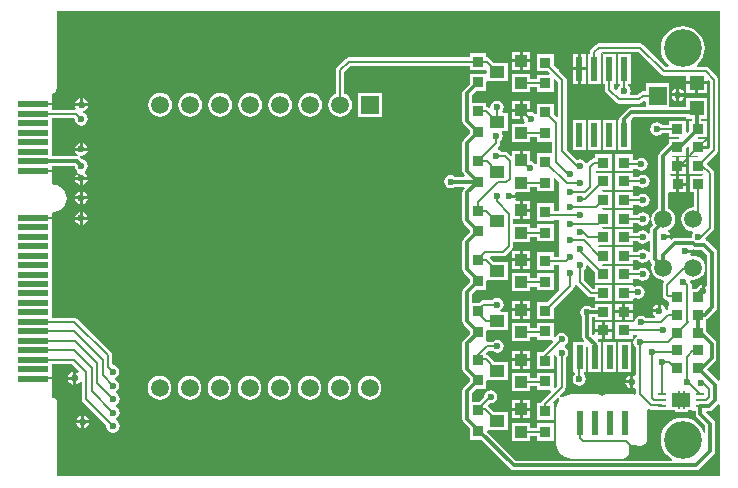
<source format=gtl>
G04 Layer_Physical_Order=1*
G04 Layer_Color=2232046*
%FSLAX25Y25*%
%MOIN*%
G70*
G01*
G75*
%ADD10R,0.03800X0.03500*%
%ADD11R,0.05000X0.04000*%
%ADD12R,0.04000X0.04000*%
%ADD13R,0.10039X0.02362*%
%ADD14R,0.04724X0.04724*%
%ADD15R,0.05906X0.06299*%
%ADD16R,0.03500X0.03800*%
%ADD17R,0.02400X0.08000*%
%ADD18R,0.03150X0.00866*%
%ADD19R,0.03150X0.01063*%
%ADD20C,0.00800*%
%ADD21C,0.01200*%
%ADD22R,0.05905X0.04724*%
%ADD23R,0.00591X0.00787*%
%ADD24R,0.00590X0.00787*%
%ADD25C,0.12598*%
%ADD26C,0.05906*%
%ADD27R,0.05906X0.05906*%
%ADD28C,0.02362*%
G36*
X216290Y136091D02*
X216290Y136091D01*
X216753Y135782D01*
X217299Y135673D01*
X224738D01*
Y133800D01*
X228100D01*
X231462D01*
Y133935D01*
X232016Y134165D01*
X232473Y133709D01*
Y111491D01*
X232054Y111073D01*
X231748Y111200D01*
X228600D01*
Y112200D01*
X231500D01*
Y114450D01*
X228977D01*
X228695Y114979D01*
X228742Y115050D01*
X231500D01*
Y120550D01*
X229731D01*
Y121338D01*
X231462D01*
Y128062D01*
X224738D01*
Y125131D01*
X219079D01*
Y133150D01*
X211173D01*
Y130427D01*
X210300D01*
X210300Y130427D01*
X209754Y130319D01*
X209291Y130009D01*
X209291Y130009D01*
X208409Y129127D01*
X206176D01*
X205893Y129657D01*
X205955Y129749D01*
X206124Y130600D01*
X205955Y131451D01*
X205472Y132173D01*
X205327Y132269D01*
Y132900D01*
X206200D01*
Y142900D01*
X201800D01*
Y132900D01*
X202473D01*
Y132269D01*
X202327Y132173D01*
X201846Y131451D01*
X201774Y131093D01*
X201123Y130895D01*
X200427Y131591D01*
Y132900D01*
X201200D01*
Y142900D01*
X196871D01*
X196467Y143362D01*
X196624Y143573D01*
X208809D01*
X216290Y136091D01*
D02*
G37*
G36*
X225700Y111809D02*
Y108950D01*
X228511D01*
X228794Y108421D01*
X228747Y108350D01*
X225700D01*
Y102850D01*
X230191D01*
X229871Y102250D01*
X225800D01*
Y96750D01*
X227273D01*
Y91926D01*
X227000Y91687D01*
X225968Y91551D01*
X225007Y91153D01*
X224181Y90519D01*
X223547Y89693D01*
X223149Y88732D01*
X223013Y87700D01*
X223149Y86668D01*
X223547Y85707D01*
X224181Y84881D01*
X225007Y84247D01*
X225968Y83849D01*
X226540Y83774D01*
X226832Y83130D01*
X226645Y82851D01*
X226476Y82000D01*
X226481Y81976D01*
X226100Y81512D01*
X221081D01*
X220457Y81388D01*
X219928Y81035D01*
X219847Y80955D01*
X219295Y81250D01*
X219324Y81400D01*
X217200D01*
Y82400D01*
X219324D01*
X219255Y82751D01*
X218773Y83473D01*
X218670Y83541D01*
X218729Y84138D01*
X218993Y84247D01*
X219819Y84881D01*
X220453Y85707D01*
X220851Y86668D01*
X220987Y87700D01*
X220851Y88732D01*
X220453Y89693D01*
X219819Y90519D01*
X218993Y91153D01*
X218631Y91303D01*
Y96261D01*
X218900Y96750D01*
X219231Y96750D01*
X221300D01*
Y99500D01*
Y102250D01*
X219597D01*
X219341Y102699D01*
X219426Y102850D01*
X221200D01*
Y105600D01*
Y108350D01*
X220277D01*
X219995Y108879D01*
X220042Y108950D01*
X224600D01*
Y111493D01*
X225146Y112039D01*
X225700Y111809D01*
D02*
G37*
G36*
X226924Y77712D02*
X227548Y77587D01*
X229852D01*
X229980Y77613D01*
X231721Y75871D01*
Y66207D01*
X231121Y65880D01*
X230900Y65924D01*
Y63800D01*
X229900D01*
Y65924D01*
X229549Y65855D01*
X228828Y65373D01*
X228345Y64651D01*
X228345Y64650D01*
X226427D01*
Y65900D01*
X226319Y66446D01*
X226009Y66909D01*
X226009Y66910D01*
X226185Y67574D01*
X226283Y67666D01*
X227000Y67571D01*
X228032Y67707D01*
X228993Y68106D01*
X229819Y68739D01*
X230453Y69565D01*
X230851Y70526D01*
X230987Y71558D01*
X230851Y72590D01*
X230453Y73552D01*
X229819Y74377D01*
X228993Y75011D01*
X228032Y75409D01*
X227000Y75545D01*
X226348Y75459D01*
X226001Y76019D01*
X226155Y76249D01*
X226224Y76600D01*
X224100D01*
Y77600D01*
X226503D01*
X226797Y77796D01*
X226924Y77712D01*
D02*
G37*
G36*
X235960Y150752D02*
Y34196D01*
X235360Y33947D01*
X231557Y37750D01*
X234254Y40446D01*
X234607Y40976D01*
X234731Y41600D01*
Y46300D01*
X234607Y46924D01*
X234254Y47453D01*
X231400Y50307D01*
Y52750D01*
Y52750D01*
X231400D01*
Y53150D01*
Y53150D01*
X231400D01*
Y54388D01*
X231424Y54393D01*
X231954Y54747D01*
X234506Y57299D01*
X234860Y57828D01*
X234984Y58453D01*
Y76547D01*
X234860Y77171D01*
X234506Y77701D01*
X231753Y80453D01*
X231254Y80787D01*
X231221Y80820D01*
X231069Y81450D01*
X233509Y83891D01*
X233509Y83891D01*
X233819Y84354D01*
X233927Y84900D01*
X233927Y84900D01*
Y103100D01*
X233819Y103646D01*
X233509Y104109D01*
X233509Y104109D01*
X231500Y106119D01*
Y106481D01*
X234909Y109891D01*
X234909Y109891D01*
X235219Y110354D01*
X235327Y110900D01*
X235327Y110900D01*
Y134300D01*
X235327Y134300D01*
X235219Y134846D01*
X234909Y135309D01*
X234909Y135309D01*
X232109Y138110D01*
X231645Y138420D01*
X231099Y138528D01*
X231099Y138528D01*
X228309D01*
X228095Y139128D01*
X228686Y139614D01*
X229598Y140725D01*
X230276Y141993D01*
X230694Y143369D01*
X230835Y144800D01*
X230694Y146231D01*
X230276Y147607D01*
X229598Y148875D01*
X228686Y149986D01*
X227575Y150898D01*
X226307Y151576D01*
X224931Y151994D01*
X223500Y152135D01*
X222069Y151994D01*
X220693Y151576D01*
X219425Y150898D01*
X218314Y149986D01*
X217402Y148875D01*
X216724Y147607D01*
X216306Y146231D01*
X216165Y144800D01*
X216306Y143369D01*
X216724Y141993D01*
X217402Y140725D01*
X218314Y139614D01*
X218905Y139128D01*
X218691Y138528D01*
X217891D01*
X210409Y146009D01*
X209946Y146319D01*
X209400Y146427D01*
X209400Y146427D01*
X195500D01*
X195500Y146427D01*
X194954Y146319D01*
X194491Y146009D01*
X192991Y144509D01*
X192681Y144046D01*
X192573Y143500D01*
X192573Y143500D01*
Y142900D01*
X191800D01*
Y132900D01*
X196200D01*
Y142900D01*
X196200D01*
X196178Y142973D01*
X196296Y143131D01*
X196800Y142804D01*
Y132900D01*
X197573D01*
Y131000D01*
X197573Y131000D01*
X197681Y130454D01*
X197991Y129991D01*
X201291Y126691D01*
X201291Y126691D01*
X201754Y126381D01*
X202300Y126273D01*
X209000D01*
X209000Y126273D01*
X209546Y126381D01*
X210009Y126691D01*
X210573Y127254D01*
X211173Y127006D01*
Y125131D01*
X206400D01*
X205776Y125007D01*
X205246Y124653D01*
X202847Y122254D01*
X202493Y121724D01*
X202369Y121100D01*
Y120900D01*
X201800D01*
Y110900D01*
X206200D01*
Y120900D01*
X206200Y120900D01*
X206200D01*
X206545Y121338D01*
X207076Y121869D01*
X224738D01*
Y121338D01*
X226469D01*
Y120550D01*
X225700D01*
Y117207D01*
X225154Y116661D01*
X224600Y116891D01*
Y120550D01*
X218800D01*
Y119227D01*
X216569D01*
X216473Y119372D01*
X215751Y119854D01*
X214900Y120024D01*
X214049Y119854D01*
X213328Y119372D01*
X212845Y118651D01*
X212676Y117800D01*
X212845Y116949D01*
X213328Y116227D01*
X214049Y115745D01*
X214900Y115576D01*
X215751Y115745D01*
X216473Y116227D01*
X216569Y116373D01*
X218800D01*
Y115050D01*
X222123D01*
X222405Y114521D01*
X222358Y114450D01*
X218800D01*
Y112889D01*
X218746Y112854D01*
X215846Y109953D01*
X215493Y109424D01*
X215369Y108800D01*
Y91303D01*
X215007Y91153D01*
X214181Y90519D01*
X213547Y89693D01*
X213149Y88732D01*
X213013Y87700D01*
X213149Y86668D01*
X213533Y85740D01*
X213047Y85254D01*
X212693Y84724D01*
X212569Y84100D01*
Y83111D01*
X211969Y82929D01*
X211672Y83372D01*
X210951Y83855D01*
X210100Y84024D01*
X209249Y83855D01*
X208527Y83372D01*
X208431Y83227D01*
X206833D01*
Y84547D01*
X201033D01*
Y79047D01*
X206833D01*
Y80373D01*
X208431D01*
X208527Y80228D01*
X209249Y79746D01*
X210100Y79576D01*
X210951Y79746D01*
X211672Y80228D01*
X211969Y80671D01*
X212569Y80489D01*
Y76961D01*
X211969Y76779D01*
X211772Y77073D01*
X211051Y77555D01*
X210200Y77724D01*
X209349Y77555D01*
X208628Y77073D01*
X208531Y76927D01*
X206833D01*
Y78347D01*
X201033D01*
Y72847D01*
X206833D01*
Y74073D01*
X208531D01*
X208628Y73927D01*
X209349Y73445D01*
X210200Y73276D01*
X211051Y73445D01*
X211772Y73927D01*
X211981Y74239D01*
X212618Y74112D01*
X212693Y73734D01*
X213047Y73205D01*
X213299Y72952D01*
X213149Y72590D01*
X213013Y71558D01*
X213149Y70526D01*
X213547Y69565D01*
X214181Y68739D01*
X215007Y68106D01*
X215968Y67707D01*
X217000Y67571D01*
X217057Y67579D01*
X217322Y67041D01*
X217191Y66909D01*
X216881Y66446D01*
X216773Y65900D01*
X216773Y65900D01*
Y62428D01*
X216773Y62428D01*
X216881Y61881D01*
X217191Y61418D01*
X217537Y61072D01*
X217537Y61072D01*
X218000Y60762D01*
X218546Y60654D01*
X218800Y60156D01*
Y59150D01*
X218800D01*
X218700Y58650D01*
X218700Y58650D01*
X218700Y58591D01*
Y57655D01*
X218287Y57429D01*
X217717Y57735D01*
X217655Y58051D01*
X217173Y58772D01*
X216451Y59254D01*
X216100Y59324D01*
Y57200D01*
X215600D01*
Y56700D01*
X213476D01*
X213545Y56349D01*
X214028Y55628D01*
X214327Y55427D01*
X214145Y54827D01*
X211269D01*
X211173Y54972D01*
X210451Y55454D01*
X209600Y55624D01*
X208749Y55454D01*
X208028Y54972D01*
X207545Y54251D01*
X207412Y53579D01*
X206801Y53449D01*
X206800Y53450D01*
Y53450D01*
X201000D01*
Y47950D01*
X206800D01*
Y49273D01*
X208212D01*
X208326Y48673D01*
X207728Y48272D01*
X207245Y47551D01*
X207076Y46700D01*
X207245Y45849D01*
X207728Y45127D01*
X207873Y45031D01*
Y35933D01*
X207568Y35770D01*
X207273Y35670D01*
X207000Y35724D01*
Y33600D01*
Y31476D01*
X207273Y31530D01*
X207568Y31430D01*
X207873Y31267D01*
Y29827D01*
X207320Y29341D01*
X207162Y29378D01*
X207061Y29381D01*
X206963Y29404D01*
X206535Y29419D01*
X206518Y29416D01*
X206500Y29420D01*
X197800D01*
X197410Y29342D01*
X197079Y29121D01*
X196932Y28901D01*
X196645Y28847D01*
X196555D01*
X196268Y28901D01*
X196121Y29121D01*
X195790Y29342D01*
X195400Y29420D01*
X186806D01*
X186383Y29424D01*
X186285Y29406D01*
X186184Y29407D01*
X185342Y29250D01*
X185249Y29212D01*
X185150Y29194D01*
X184354Y28875D01*
X184270Y28820D01*
X184177Y28783D01*
X183590Y28400D01*
X182603D01*
X182524Y28433D01*
X182457Y29038D01*
X184109Y30691D01*
X184109Y30691D01*
X184419Y31154D01*
X184527Y31700D01*
Y41631D01*
X184672Y41728D01*
X185154Y42449D01*
X185324Y43300D01*
X185154Y44151D01*
X184672Y44872D01*
X184267Y45143D01*
Y45857D01*
X184672Y46128D01*
X185154Y46849D01*
X185324Y47700D01*
X185154Y48551D01*
X184672Y49273D01*
X183951Y49755D01*
X183100Y49924D01*
X182864Y49877D01*
X182400Y50257D01*
Y49785D01*
X182249Y49755D01*
X181527Y49273D01*
X181045Y48551D01*
X180450Y48633D01*
Y53311D01*
X174950D01*
Y51510D01*
X172700D01*
Y53083D01*
X166700D01*
Y47083D01*
X172700D01*
Y48655D01*
X174950D01*
Y47511D01*
X180044D01*
X180292Y46911D01*
X176881Y43500D01*
X174950D01*
Y37700D01*
X180450D01*
Y42367D01*
X181045Y42449D01*
X181527Y41728D01*
X181673Y41631D01*
Y32291D01*
X181004Y31623D01*
X180450Y31853D01*
Y36600D01*
X174950D01*
Y34896D01*
X172700D01*
Y36468D01*
X166700D01*
Y30468D01*
X172700D01*
Y32041D01*
X174950D01*
Y30800D01*
X179397D01*
X179627Y30246D01*
X176691Y27309D01*
X176381Y26846D01*
X176332Y26600D01*
X174950D01*
Y20800D01*
X180450D01*
Y26600D01*
X180450D01*
X180324Y26905D01*
X181846Y28427D01*
X182400Y28197D01*
Y27202D01*
X182078Y26731D01*
X182038Y26639D01*
X181981Y26556D01*
X181644Y25768D01*
X181624Y25670D01*
X181584Y25577D01*
X181407Y24739D01*
X181406Y24638D01*
X181385Y24540D01*
X181380Y24112D01*
X181382Y24106D01*
X181380Y24100D01*
X181380Y13300D01*
X181380Y13300D01*
X181383Y13288D01*
X181381Y13277D01*
X181391Y12844D01*
X181412Y12745D01*
X181415Y12645D01*
X181603Y11799D01*
X181644Y11707D01*
X181665Y11609D01*
X181855Y11180D01*
X182015Y10816D01*
X182073Y10734D01*
X182114Y10642D01*
X182400Y10233D01*
X182611Y9932D01*
X182684Y9863D01*
X182742Y9780D01*
X183368Y9181D01*
X183453Y9127D01*
X183526Y9058D01*
X184257Y8593D01*
X184351Y8557D01*
X184436Y8503D01*
X185244Y8189D01*
X185343Y8172D01*
X185437Y8136D01*
X186291Y7986D01*
X186391Y7988D01*
X186490Y7971D01*
X186912Y7980D01*
X203700Y7980D01*
X203744Y7989D01*
X203789Y7984D01*
X203938Y8028D01*
X204090Y8058D01*
X204128Y8083D01*
X204171Y8096D01*
X204398Y8214D01*
X204506Y8301D01*
X204624Y8374D01*
X204996Y8723D01*
X205077Y8836D01*
X205170Y8938D01*
X205435Y9375D01*
X205483Y9505D01*
X205545Y9629D01*
X205683Y10120D01*
X205693Y10259D01*
X205720Y10395D01*
Y10905D01*
X205693Y11041D01*
X205683Y11180D01*
X205545Y11671D01*
X205483Y11795D01*
X205481Y11800D01*
X205648Y12169D01*
X205849Y12400D01*
X207940D01*
X208029Y12355D01*
X208520Y12217D01*
X208659Y12207D01*
X208795Y12180D01*
X209305D01*
X209441Y12207D01*
X209580Y12217D01*
X210071Y12355D01*
X210195Y12417D01*
X210325Y12465D01*
X210762Y12730D01*
X210864Y12823D01*
X210977Y12904D01*
X211326Y13276D01*
X211399Y13394D01*
X211486Y13502D01*
X211604Y13729D01*
X211617Y13772D01*
X211642Y13810D01*
X211672Y13962D01*
X211716Y14111D01*
X211711Y14156D01*
X211720Y14200D01*
Y23883D01*
X211730Y24179D01*
X212034Y24423D01*
X212205Y24496D01*
X212304Y24517D01*
X212510Y24380D01*
X213056Y24271D01*
X213056Y24271D01*
X214030D01*
Y24130D01*
X219180D01*
X219180Y24130D01*
X219780Y24203D01*
X220050Y24149D01*
X220848D01*
X220879Y23991D01*
X221100Y23661D01*
X221431Y23439D01*
X221821Y23362D01*
X222412D01*
X222802Y23439D01*
X223003Y23573D01*
X223203Y23439D01*
X223593Y23362D01*
X224184D01*
X224574Y23439D01*
X224904Y23661D01*
X225126Y23991D01*
X225157Y24149D01*
X225955D01*
X226225Y24203D01*
X226825Y23933D01*
Y23933D01*
X227769D01*
Y22900D01*
X227893Y22276D01*
X228246Y21746D01*
X231069Y18924D01*
Y16562D01*
X230469Y16473D01*
X230276Y17107D01*
X229598Y18375D01*
X228686Y19486D01*
X227575Y20398D01*
X226307Y21076D01*
X224931Y21494D01*
X223500Y21634D01*
X222069Y21494D01*
X220693Y21076D01*
X219425Y20398D01*
X218314Y19486D01*
X217402Y18375D01*
X216724Y17107D01*
X216306Y15731D01*
X216165Y14300D01*
X216306Y12869D01*
X216581Y11965D01*
X216724Y11493D01*
X217402Y10225D01*
X218314Y9114D01*
X219425Y8202D01*
X219931Y7931D01*
X219780Y7331D01*
X167930D01*
X158307Y16954D01*
X158556Y17554D01*
X165200D01*
Y23554D01*
X160719D01*
X158709Y25563D01*
X158675Y25910D01*
X159201Y26436D01*
X159500Y26376D01*
X160351Y26545D01*
X161073Y27027D01*
X161555Y27749D01*
X161724Y28600D01*
X161555Y29451D01*
X161073Y30173D01*
X160351Y30655D01*
X159500Y30824D01*
X158649Y30655D01*
X157928Y30173D01*
X157446Y29451D01*
X157276Y28600D01*
X157285Y28557D01*
X155727Y27000D01*
X153331D01*
Y29907D01*
X154593Y31168D01*
X157950D01*
Y33672D01*
X158200Y34168D01*
X165200D01*
Y40168D01*
X160719D01*
X158795Y42092D01*
X158332Y42401D01*
X158025Y42462D01*
X157964Y43045D01*
X158891Y43973D01*
X160031D01*
X160127Y43828D01*
X160849Y43345D01*
X161700Y43176D01*
X162551Y43345D01*
X163273Y43828D01*
X163754Y44549D01*
X163924Y45400D01*
X163754Y46251D01*
X163273Y46973D01*
X162551Y47455D01*
X161700Y47624D01*
X160849Y47455D01*
X160127Y46973D01*
X160031Y46827D01*
X158300D01*
X158300Y46827D01*
X158218Y46811D01*
X157950Y47370D01*
Y50286D01*
X158200Y50783D01*
X165200D01*
Y56783D01*
X162838D01*
X162656Y57383D01*
X163172Y57727D01*
X163654Y58449D01*
X163824Y59300D01*
X163654Y60151D01*
X163172Y60873D01*
X162451Y61355D01*
X161600Y61524D01*
X160749Y61355D01*
X160028Y60873D01*
X159931Y60727D01*
X156900D01*
X156900Y60727D01*
X156354Y60619D01*
X155891Y60309D01*
X155891Y60309D01*
X155581Y60000D01*
X153331D01*
Y62964D01*
X154707Y64340D01*
X158050D01*
Y66859D01*
X158200Y67397D01*
X165200D01*
Y73397D01*
X160719D01*
X159243Y74873D01*
X159492Y75473D01*
X163600D01*
X163600Y75473D01*
X164146Y75581D01*
X164609Y75891D01*
X166230Y77512D01*
X166667Y77159D01*
X166700Y76736D01*
X166700Y76624D01*
Y74697D01*
X169200D01*
Y77197D01*
X167296D01*
X166764Y77197D01*
X166677Y77305D01*
X166624Y77701D01*
X166609Y77891D01*
X166647Y77947D01*
X166919Y78354D01*
X167027Y78900D01*
X167027Y78900D01*
Y80311D01*
X172700D01*
Y81884D01*
X174950D01*
Y80400D01*
X180450D01*
Y86200D01*
X174950D01*
Y84739D01*
X172700D01*
Y86311D01*
X167027D01*
Y87811D01*
X169200D01*
Y90811D01*
Y93811D01*
X167983D01*
X167663Y94411D01*
X167754Y94549D01*
X167824Y94900D01*
X165700D01*
Y95900D01*
X167824D01*
X167754Y96251D01*
X167657Y96396D01*
X167940Y96925D01*
X172700D01*
Y98498D01*
X174950D01*
Y97097D01*
X180450D01*
Y101344D01*
X181004Y101574D01*
X182400Y100178D01*
Y90527D01*
X180450D01*
Y93100D01*
X174950D01*
Y87300D01*
X180450D01*
Y87673D01*
X182400D01*
Y75267D01*
X180450D01*
Y76740D01*
X174950D01*
Y70940D01*
X180450D01*
Y72412D01*
X182400D01*
Y64030D01*
X178581Y60211D01*
X174950D01*
Y54411D01*
X180450D01*
Y58043D01*
X181846Y59438D01*
X182400Y59209D01*
Y59992D01*
X187009Y64602D01*
X187009Y64602D01*
X187319Y65065D01*
X187427Y65611D01*
Y65903D01*
X188027Y66085D01*
X188091Y65991D01*
X191894Y62188D01*
X191894Y62188D01*
X192357Y61878D01*
X192903Y61770D01*
X194133D01*
Y60447D01*
X199933D01*
Y65947D01*
X194133D01*
Y64624D01*
X193494D01*
X190527Y67591D01*
Y70831D01*
X190673Y70928D01*
X191155Y71649D01*
X191280Y72282D01*
X191884Y72527D01*
X194133Y70278D01*
Y66647D01*
X199933D01*
Y72147D01*
X196745D01*
X196678Y72247D01*
X196999Y72847D01*
X199933D01*
Y78347D01*
X195415D01*
X195348Y78447D01*
X195669Y79047D01*
X199933D01*
Y84547D01*
X197004D01*
X196702Y85147D01*
X196777Y85247D01*
X199933D01*
Y90747D01*
X196999D01*
X196678Y91347D01*
X196745Y91447D01*
X199933D01*
Y96947D01*
X196999D01*
X196678Y97547D01*
X196745Y97647D01*
X199933D01*
Y103147D01*
X194677D01*
X194474Y103497D01*
X194676Y103847D01*
X199933D01*
Y109347D01*
X194133D01*
Y108024D01*
X193797D01*
X193251Y107916D01*
X192788Y107606D01*
X192788Y107606D01*
X191706Y106524D01*
X191661Y106510D01*
X191050Y106574D01*
X190976Y106619D01*
X190673Y107072D01*
X189951Y107554D01*
X189100Y107724D01*
X188262Y107557D01*
X184827Y110991D01*
Y134254D01*
X184827Y134254D01*
X184719Y134800D01*
X184409Y135263D01*
X184409Y135263D01*
X182400Y137273D01*
Y138057D01*
X181846Y137827D01*
X180450Y139223D01*
Y142854D01*
X174950D01*
Y137054D01*
X178581D01*
X179127Y136508D01*
X178897Y135954D01*
X174950D01*
Y134581D01*
X172700D01*
Y136154D01*
X166700D01*
Y130154D01*
X172700D01*
Y131727D01*
X174950D01*
Y130154D01*
X180450D01*
Y134401D01*
X181004Y134631D01*
X181973Y133663D01*
Y121956D01*
X181418Y121726D01*
X180450Y122694D01*
Y126326D01*
X174950D01*
Y123088D01*
X174483Y122914D01*
X174350Y122888D01*
X173651Y123354D01*
X172800Y123524D01*
X172781Y123540D01*
X170200D01*
Y121040D01*
X170628D01*
X170746Y120449D01*
X170952Y120140D01*
X170631Y119540D01*
X166700D01*
Y113540D01*
X172700D01*
Y115112D01*
X174950D01*
Y113626D01*
X179973D01*
Y109797D01*
X174950D01*
Y106339D01*
X174350Y106157D01*
X174073Y106572D01*
X173351Y107054D01*
X172700Y107184D01*
Y110425D01*
X170200D01*
Y107425D01*
X169200D01*
Y110425D01*
X166700D01*
Y109203D01*
X166146Y108973D01*
X165209Y109909D01*
X164746Y110219D01*
X164200Y110327D01*
X164200Y110327D01*
X163069D01*
X162972Y110473D01*
X162251Y110954D01*
X161979Y111009D01*
X161781Y111660D01*
X162309Y112188D01*
X162309Y112188D01*
X162619Y112651D01*
X162727Y113197D01*
X162727Y113197D01*
Y113731D01*
X162873Y113828D01*
X163355Y114549D01*
X163524Y115400D01*
X163355Y116251D01*
X163095Y116640D01*
X163416Y117240D01*
X165200D01*
Y123240D01*
X163702D01*
X163381Y123840D01*
X163654Y124249D01*
X163824Y125100D01*
X163654Y125951D01*
X163172Y126672D01*
X162451Y127155D01*
X161600Y127324D01*
X160749Y127155D01*
X160028Y126672D01*
X159546Y125951D01*
X159392Y125182D01*
X159391Y125180D01*
X159091Y124989D01*
X158808Y124879D01*
X158560Y125044D01*
X158050Y125146D01*
Y126626D01*
X153331D01*
Y129078D01*
X154707Y130454D01*
X158050D01*
Y133316D01*
X158200Y133854D01*
X158650Y133854D01*
X165200D01*
Y139854D01*
X160719D01*
X159309Y141263D01*
X158846Y141573D01*
X158300Y141681D01*
X158050Y142181D01*
Y143154D01*
X152550D01*
Y141681D01*
X112154D01*
X112154Y141681D01*
X111608Y141573D01*
X111145Y141263D01*
X111145Y141263D01*
X108291Y138409D01*
X107981Y137946D01*
X107873Y137400D01*
X107873Y137400D01*
Y129587D01*
X107307Y129353D01*
X106481Y128719D01*
X105847Y127893D01*
X105449Y126932D01*
X105313Y125900D01*
X105449Y124868D01*
X105847Y123907D01*
X106481Y123081D01*
X107307Y122447D01*
X108268Y122049D01*
X109300Y121913D01*
X110332Y122049D01*
X111293Y122447D01*
X112119Y123081D01*
X112753Y123907D01*
X113151Y124868D01*
X113287Y125900D01*
X113151Y126932D01*
X112753Y127893D01*
X112119Y128719D01*
X111293Y129353D01*
X110727Y129587D01*
Y136809D01*
X112745Y138827D01*
X152550D01*
Y137354D01*
X158050D01*
X158200Y136816D01*
Y136792D01*
X158050Y136254D01*
X157600Y136254D01*
X152550D01*
Y132911D01*
X150547Y130907D01*
X150193Y130378D01*
X150069Y129754D01*
Y120517D01*
X150193Y119893D01*
X150547Y119363D01*
X152550Y117360D01*
Y116383D01*
X150446Y114279D01*
X150093Y113750D01*
X149969Y113126D01*
Y103997D01*
X150093Y103373D01*
X150446Y102843D01*
X150804Y102486D01*
X150575Y101931D01*
X147684D01*
X147051Y102355D01*
X146200Y102524D01*
X145349Y102355D01*
X144627Y101873D01*
X144146Y101151D01*
X143976Y100300D01*
X144146Y99449D01*
X144627Y98728D01*
X145349Y98246D01*
X146200Y98076D01*
X147051Y98246D01*
X147684Y98669D01*
X150581D01*
X150810Y98114D01*
X150547Y97851D01*
X150193Y97321D01*
X150069Y96697D01*
Y87460D01*
X150193Y86836D01*
X150547Y86306D01*
X152550Y84303D01*
Y83417D01*
X150465Y81332D01*
X150112Y80803D01*
X149988Y80179D01*
Y71104D01*
X150112Y70480D01*
X150465Y69950D01*
X152550Y67866D01*
Y66797D01*
X150547Y64793D01*
X150193Y64264D01*
X150069Y63640D01*
Y53700D01*
X150193Y53076D01*
X150547Y52547D01*
X152450Y50643D01*
Y49557D01*
X150547Y47653D01*
X150193Y47124D01*
X150069Y46500D01*
Y37783D01*
X150193Y37158D01*
X150547Y36629D01*
X152450Y34725D01*
Y33640D01*
X150547Y31736D01*
X150193Y31207D01*
X150069Y30583D01*
Y21254D01*
X150193Y20630D01*
X150547Y20100D01*
X152550Y18097D01*
Y14300D01*
X156347D01*
X166101Y4546D01*
X166630Y4193D01*
X167254Y4069D01*
X227800D01*
X228424Y4193D01*
X228954Y4546D01*
X233854Y9447D01*
X234207Y9976D01*
X234331Y10600D01*
Y12400D01*
Y19600D01*
X234207Y20224D01*
X233854Y20753D01*
X231340Y23267D01*
X231588Y23867D01*
X232389D01*
X233013Y23991D01*
X233542Y24345D01*
X235360Y26163D01*
X235960Y25914D01*
Y12400D01*
Y9466D01*
X236026Y9136D01*
Y2074D01*
X229742D01*
X229637Y2054D01*
X229485Y2084D01*
X14975D01*
Y8324D01*
Y26968D01*
X14877Y27456D01*
X14601Y27869D01*
X14188Y28146D01*
X13700Y28242D01*
X13400Y28489D01*
Y39548D01*
X19933D01*
X22417Y37064D01*
X22034Y36598D01*
X21651Y36855D01*
X21300Y36924D01*
Y34800D01*
Y32676D01*
X21651Y32745D01*
X22373Y33228D01*
X22673Y33677D01*
X23273Y33495D01*
Y27700D01*
X23273Y27700D01*
X23381Y27154D01*
X23691Y26691D01*
X31410Y18971D01*
X31376Y18800D01*
X31545Y17949D01*
X32028Y17228D01*
X32749Y16745D01*
X33600Y16576D01*
X34451Y16745D01*
X35173Y17228D01*
X35655Y17949D01*
X35824Y18800D01*
X35655Y19651D01*
X35173Y20372D01*
X34657Y20717D01*
X34652Y20730D01*
Y21370D01*
X34657Y21383D01*
X35173Y21727D01*
X35655Y22449D01*
X35824Y23300D01*
X35655Y24151D01*
X35173Y24872D01*
X34657Y25217D01*
X34652Y25230D01*
Y25870D01*
X34657Y25883D01*
X35173Y26228D01*
X35655Y26949D01*
X35824Y27800D01*
X35655Y28651D01*
X35173Y29373D01*
X34629Y29736D01*
X34581Y30322D01*
X34607Y30417D01*
X35072Y30727D01*
X35555Y31449D01*
X35724Y32300D01*
X35555Y33151D01*
X35072Y33873D01*
X34375Y34339D01*
X34351Y34500D01*
Y34800D01*
X34375Y34962D01*
X35072Y35427D01*
X35555Y36149D01*
X35724Y37000D01*
X35555Y37851D01*
X35072Y38572D01*
X34351Y39055D01*
X33500Y39224D01*
X33327Y39801D01*
Y42400D01*
X33219Y42946D01*
X32909Y43409D01*
X32909Y43409D01*
X21735Y54583D01*
X21272Y54893D01*
X20726Y55001D01*
X20726Y55001D01*
X13400D01*
Y89749D01*
X13508Y89923D01*
X13706Y90225D01*
X14272Y90299D01*
X14868Y90378D01*
X15950Y90826D01*
X16880Y91540D01*
X17593Y92469D01*
X18042Y93552D01*
X18195Y94713D01*
X18042Y95875D01*
X17593Y96958D01*
X16880Y97887D01*
X15950Y98601D01*
X14868Y99049D01*
X14272Y99127D01*
X13706Y99202D01*
X13508Y99504D01*
X13400Y99677D01*
Y105484D01*
X20799D01*
X20945Y104749D01*
X21428Y104027D01*
X21677Y103861D01*
Y103139D01*
X21428Y102972D01*
X20945Y102251D01*
X20876Y101900D01*
X25124D01*
X25055Y102251D01*
X24573Y102972D01*
X24323Y103139D01*
Y103861D01*
X24573Y104027D01*
X25055Y104749D01*
X25224Y105600D01*
X25055Y106451D01*
X24573Y107173D01*
X23851Y107655D01*
X23104Y107803D01*
X22638Y108269D01*
X22495Y108365D01*
X22729Y108930D01*
X23000Y108876D01*
X23851Y109046D01*
X24573Y109528D01*
X25055Y110249D01*
X25124Y110600D01*
X20876D01*
X20945Y110249D01*
X21428Y109528D01*
X21763Y109303D01*
X21529Y108738D01*
X21484Y108747D01*
X13400D01*
Y121436D01*
X20211D01*
X20776Y121200D01*
X20945Y120349D01*
X21428Y119627D01*
X22149Y119146D01*
X23000Y118976D01*
X23851Y119146D01*
X24573Y119627D01*
X25055Y120349D01*
X25224Y121200D01*
X25055Y122051D01*
X24573Y122773D01*
X23851Y123255D01*
X23702Y123284D01*
Y123896D01*
X23951Y123945D01*
X24672Y124427D01*
X25155Y125149D01*
X25224Y125500D01*
X20976D01*
X21045Y125149D01*
X21218Y124891D01*
X20897Y124291D01*
X13400D01*
Y129513D01*
X13961Y129943D01*
X14512Y130660D01*
X14858Y131496D01*
X14898Y131806D01*
X14972Y132362D01*
X14970Y132959D01*
Y150796D01*
X14959Y150854D01*
Y157015D01*
X229487D01*
X229539Y157026D01*
X235960D01*
Y150752D01*
D02*
G37*
%LPC*%
G36*
X231462Y132800D02*
X228600D01*
Y129938D01*
X231462D01*
Y132800D01*
D02*
G37*
G36*
X227600D02*
X224738D01*
Y129938D01*
X227600D01*
Y132800D01*
D02*
G37*
G36*
X222400Y131324D02*
Y129700D01*
X224024D01*
X223955Y130051D01*
X223472Y130772D01*
X222751Y131254D01*
X222400Y131324D01*
D02*
G37*
G36*
X221400D02*
X221049Y131254D01*
X220327Y130772D01*
X219845Y130051D01*
X219776Y129700D01*
X221400D01*
Y131324D01*
D02*
G37*
G36*
X224024Y128700D02*
X222400D01*
Y127076D01*
X222751Y127146D01*
X223472Y127628D01*
X223955Y128349D01*
X224024Y128700D01*
D02*
G37*
G36*
X221400D02*
X219776D01*
X219845Y128349D01*
X220327Y127628D01*
X221049Y127146D01*
X221400Y127076D01*
Y128700D01*
D02*
G37*
G36*
X224600Y108350D02*
X222200D01*
Y106100D01*
X224600D01*
Y108350D01*
D02*
G37*
G36*
Y105100D02*
X222200D01*
Y102850D01*
X224600D01*
Y105100D01*
D02*
G37*
G36*
X222300Y102250D02*
Y100000D01*
X224700D01*
Y102250D01*
X222300D01*
D02*
G37*
G36*
X224700Y99000D02*
X222300D01*
Y96750D01*
X224700D01*
Y99000D01*
D02*
G37*
G36*
X172700Y143654D02*
X170200D01*
Y141154D01*
X172700D01*
Y143654D01*
D02*
G37*
G36*
X169200D02*
X166700D01*
Y141154D01*
X169200D01*
Y143654D01*
D02*
G37*
G36*
X191200Y142900D02*
X189500D01*
Y138400D01*
X191200D01*
Y142900D01*
D02*
G37*
G36*
X188500D02*
X186800D01*
Y138400D01*
X188500D01*
Y142900D01*
D02*
G37*
G36*
X172700Y140154D02*
X170200D01*
Y137654D01*
X172700D01*
Y140154D01*
D02*
G37*
G36*
X169200D02*
X166700D01*
Y137654D01*
X169200D01*
Y140154D01*
D02*
G37*
G36*
X191200Y137400D02*
X189500D01*
Y132900D01*
X191200D01*
Y137400D01*
D02*
G37*
G36*
X188500D02*
X186800D01*
Y132900D01*
X188500D01*
Y137400D01*
D02*
G37*
G36*
X23600Y128124D02*
Y126500D01*
X25224D01*
X25155Y126851D01*
X24672Y127573D01*
X23951Y128054D01*
X23600Y128124D01*
D02*
G37*
G36*
X22600D02*
X22249Y128054D01*
X21528Y127573D01*
X21045Y126851D01*
X20976Y126500D01*
X22600D01*
Y128124D01*
D02*
G37*
G36*
X172700Y127040D02*
X170200D01*
Y124540D01*
X172700D01*
Y127040D01*
D02*
G37*
G36*
X169200D02*
X166700D01*
Y124540D01*
X169200D01*
Y127040D01*
D02*
G37*
G36*
X123253Y129853D02*
X115347D01*
Y121947D01*
X123253D01*
Y129853D01*
D02*
G37*
G36*
X99300Y129887D02*
X98268Y129751D01*
X97307Y129353D01*
X96481Y128719D01*
X95847Y127893D01*
X95449Y126932D01*
X95313Y125900D01*
X95449Y124868D01*
X95847Y123907D01*
X96481Y123081D01*
X97307Y122447D01*
X98268Y122049D01*
X99300Y121913D01*
X100332Y122049D01*
X101293Y122447D01*
X102119Y123081D01*
X102753Y123907D01*
X103151Y124868D01*
X103287Y125900D01*
X103151Y126932D01*
X102753Y127893D01*
X102119Y128719D01*
X101293Y129353D01*
X100332Y129751D01*
X99300Y129887D01*
D02*
G37*
G36*
X89300D02*
X88268Y129751D01*
X87307Y129353D01*
X86481Y128719D01*
X85847Y127893D01*
X85449Y126932D01*
X85313Y125900D01*
X85449Y124868D01*
X85847Y123907D01*
X86481Y123081D01*
X87307Y122447D01*
X88268Y122049D01*
X89300Y121913D01*
X90332Y122049D01*
X91293Y122447D01*
X92119Y123081D01*
X92753Y123907D01*
X93151Y124868D01*
X93287Y125900D01*
X93151Y126932D01*
X92753Y127893D01*
X92119Y128719D01*
X91293Y129353D01*
X90332Y129751D01*
X89300Y129887D01*
D02*
G37*
G36*
X79300D02*
X78268Y129751D01*
X77307Y129353D01*
X76481Y128719D01*
X75847Y127893D01*
X75449Y126932D01*
X75313Y125900D01*
X75449Y124868D01*
X75847Y123907D01*
X76481Y123081D01*
X77307Y122447D01*
X78268Y122049D01*
X79300Y121913D01*
X80332Y122049D01*
X81293Y122447D01*
X82119Y123081D01*
X82753Y123907D01*
X83151Y124868D01*
X83287Y125900D01*
X83151Y126932D01*
X82753Y127893D01*
X82119Y128719D01*
X81293Y129353D01*
X80332Y129751D01*
X79300Y129887D01*
D02*
G37*
G36*
X69300D02*
X68268Y129751D01*
X67307Y129353D01*
X66481Y128719D01*
X65847Y127893D01*
X65449Y126932D01*
X65313Y125900D01*
X65449Y124868D01*
X65847Y123907D01*
X66481Y123081D01*
X67307Y122447D01*
X68268Y122049D01*
X69300Y121913D01*
X70332Y122049D01*
X71293Y122447D01*
X72119Y123081D01*
X72753Y123907D01*
X73151Y124868D01*
X73287Y125900D01*
X73151Y126932D01*
X72753Y127893D01*
X72119Y128719D01*
X71293Y129353D01*
X70332Y129751D01*
X69300Y129887D01*
D02*
G37*
G36*
X59300D02*
X58268Y129751D01*
X57307Y129353D01*
X56481Y128719D01*
X55847Y127893D01*
X55449Y126932D01*
X55313Y125900D01*
X55449Y124868D01*
X55847Y123907D01*
X56481Y123081D01*
X57307Y122447D01*
X58268Y122049D01*
X59300Y121913D01*
X60332Y122049D01*
X61293Y122447D01*
X62119Y123081D01*
X62753Y123907D01*
X63151Y124868D01*
X63287Y125900D01*
X63151Y126932D01*
X62753Y127893D01*
X62119Y128719D01*
X61293Y129353D01*
X60332Y129751D01*
X59300Y129887D01*
D02*
G37*
G36*
X49300D02*
X48268Y129751D01*
X47307Y129353D01*
X46481Y128719D01*
X45847Y127893D01*
X45449Y126932D01*
X45313Y125900D01*
X45449Y124868D01*
X45847Y123907D01*
X46481Y123081D01*
X47307Y122447D01*
X48268Y122049D01*
X49300Y121913D01*
X50332Y122049D01*
X51293Y122447D01*
X52119Y123081D01*
X52753Y123907D01*
X53151Y124868D01*
X53287Y125900D01*
X53151Y126932D01*
X52753Y127893D01*
X52119Y128719D01*
X51293Y129353D01*
X50332Y129751D01*
X49300Y129887D01*
D02*
G37*
G36*
X169200Y123540D02*
X166700D01*
Y121040D01*
X169200D01*
Y123540D01*
D02*
G37*
G36*
X23500Y113224D02*
Y111600D01*
X25124D01*
X25055Y111951D01*
X24573Y112672D01*
X23851Y113154D01*
X23500Y113224D01*
D02*
G37*
G36*
X22500D02*
X22149Y113154D01*
X21428Y112672D01*
X20945Y111951D01*
X20876Y111600D01*
X22500D01*
Y113224D01*
D02*
G37*
G36*
X201200Y120900D02*
X196800D01*
Y110900D01*
X201200D01*
Y120900D01*
D02*
G37*
G36*
X196200D02*
X191800D01*
Y110900D01*
X196200D01*
Y120900D01*
D02*
G37*
G36*
X191200D02*
X186800D01*
Y110900D01*
X191200D01*
Y120900D01*
D02*
G37*
G36*
X206833Y109347D02*
X201033D01*
Y103847D01*
X206833D01*
Y104673D01*
X208031D01*
X208127Y104527D01*
X208849Y104045D01*
X209700Y103876D01*
X210551Y104045D01*
X211273Y104527D01*
X211755Y105249D01*
X211924Y106100D01*
X211755Y106951D01*
X211273Y107673D01*
X210551Y108154D01*
X209700Y108324D01*
X208849Y108154D01*
X208127Y107673D01*
X208031Y107527D01*
X206833D01*
Y109347D01*
D02*
G37*
G36*
X25124Y100900D02*
X23500D01*
Y99276D01*
X23851Y99345D01*
X24573Y99827D01*
X25055Y100549D01*
X25124Y100900D01*
D02*
G37*
G36*
X22500D02*
X20876D01*
X20945Y100549D01*
X21428Y99827D01*
X22149Y99345D01*
X22500Y99276D01*
Y100900D01*
D02*
G37*
G36*
X206833Y103147D02*
X201033D01*
Y97647D01*
X206833D01*
Y98973D01*
X208531D01*
X208628Y98827D01*
X209349Y98346D01*
X210200Y98176D01*
X211051Y98346D01*
X211772Y98827D01*
X212255Y99549D01*
X212424Y100400D01*
X212255Y101251D01*
X211772Y101972D01*
X211051Y102454D01*
X210200Y102624D01*
X209349Y102454D01*
X208628Y101972D01*
X208531Y101827D01*
X206833D01*
Y103147D01*
D02*
G37*
G36*
X23500Y97024D02*
Y95400D01*
X25124D01*
X25055Y95751D01*
X24573Y96473D01*
X23851Y96955D01*
X23500Y97024D01*
D02*
G37*
G36*
X22500D02*
X22149Y96955D01*
X21428Y96473D01*
X20945Y95751D01*
X20876Y95400D01*
X22500D01*
Y97024D01*
D02*
G37*
G36*
X25124Y94400D02*
X23500D01*
Y92776D01*
X23851Y92845D01*
X24573Y93327D01*
X25055Y94049D01*
X25124Y94400D01*
D02*
G37*
G36*
X22500D02*
X20876D01*
X20945Y94049D01*
X21428Y93327D01*
X22149Y92845D01*
X22500Y92776D01*
Y94400D01*
D02*
G37*
G36*
X206833Y96947D02*
X201033D01*
Y91447D01*
X206833D01*
Y92673D01*
X208531D01*
X208628Y92528D01*
X209349Y92045D01*
X210200Y91876D01*
X211051Y92045D01*
X211772Y92528D01*
X212255Y93249D01*
X212424Y94100D01*
X212255Y94951D01*
X211772Y95673D01*
X211051Y96154D01*
X210200Y96324D01*
X209349Y96154D01*
X208628Y95673D01*
X208531Y95527D01*
X206833D01*
Y96947D01*
D02*
G37*
G36*
X172700Y93811D02*
X170200D01*
Y91311D01*
X172700D01*
Y93811D01*
D02*
G37*
G36*
X23500Y90224D02*
Y88600D01*
X25124D01*
X25055Y88951D01*
X24573Y89672D01*
X23851Y90154D01*
X23500Y90224D01*
D02*
G37*
G36*
X22500D02*
X22149Y90154D01*
X21428Y89672D01*
X20945Y88951D01*
X20876Y88600D01*
X22500D01*
Y90224D01*
D02*
G37*
G36*
X172700Y90311D02*
X170200D01*
Y87811D01*
X172700D01*
Y90311D01*
D02*
G37*
G36*
X25124Y87600D02*
X23500D01*
Y85976D01*
X23851Y86045D01*
X24573Y86528D01*
X25055Y87249D01*
X25124Y87600D01*
D02*
G37*
G36*
X22500D02*
X20876D01*
X20945Y87249D01*
X21428Y86528D01*
X22149Y86045D01*
X22500Y85976D01*
Y87600D01*
D02*
G37*
G36*
X206833Y90747D02*
X201033D01*
Y85247D01*
X206833D01*
Y86473D01*
X208531D01*
X208628Y86327D01*
X209349Y85846D01*
X210200Y85676D01*
X211051Y85846D01*
X211772Y86327D01*
X212255Y87049D01*
X212424Y87900D01*
X212255Y88751D01*
X211772Y89473D01*
X211051Y89955D01*
X210200Y90124D01*
X209349Y89955D01*
X208628Y89473D01*
X208531Y89327D01*
X206833D01*
Y90747D01*
D02*
G37*
G36*
X170200Y77197D02*
Y74697D01*
X172700D01*
Y77197D01*
X170200D01*
D02*
G37*
G36*
X172700Y73697D02*
X170200D01*
Y71197D01*
X172700D01*
Y73697D01*
D02*
G37*
G36*
X169200D02*
X166700D01*
Y71197D01*
X169200D01*
Y73697D01*
D02*
G37*
G36*
X180450Y69840D02*
X174950D01*
Y68124D01*
X172700D01*
Y69697D01*
X166700D01*
Y63697D01*
X172700D01*
Y65270D01*
X174950D01*
Y64040D01*
X180450D01*
Y69840D01*
D02*
G37*
G36*
X206833Y72147D02*
X201033D01*
Y66647D01*
X206833D01*
Y67973D01*
X208531D01*
X208628Y67827D01*
X209349Y67345D01*
X210200Y67176D01*
X211051Y67345D01*
X211772Y67827D01*
X212255Y68549D01*
X212424Y69400D01*
X212255Y70251D01*
X211772Y70973D01*
X211051Y71455D01*
X210200Y71624D01*
X209349Y71455D01*
X208628Y70973D01*
X208531Y70827D01*
X206833D01*
Y72147D01*
D02*
G37*
G36*
X206833Y65947D02*
X201033D01*
Y60447D01*
X206833D01*
Y61303D01*
X207433Y61624D01*
X207849Y61345D01*
X208700Y61176D01*
X209551Y61345D01*
X210273Y61827D01*
X210755Y62549D01*
X210924Y63400D01*
X210755Y64251D01*
X210273Y64973D01*
X209551Y65455D01*
X208700Y65624D01*
X207849Y65455D01*
X207433Y65176D01*
X206833Y65497D01*
Y65947D01*
D02*
G37*
G36*
X199900Y59650D02*
X194100D01*
Y58331D01*
X193084D01*
X192451Y58754D01*
X191600Y58924D01*
X190749Y58754D01*
X190027Y58272D01*
X189546Y57551D01*
X189376Y56700D01*
X189546Y55849D01*
X189969Y55216D01*
Y48600D01*
X190093Y47976D01*
X190446Y47447D01*
X190639Y47254D01*
X190409Y46700D01*
X186900D01*
Y36700D01*
X187399D01*
X187469Y36100D01*
X187427Y36072D01*
X186945Y35351D01*
X186776Y34500D01*
X186945Y33649D01*
X187427Y32928D01*
X188149Y32445D01*
X189000Y32276D01*
X189851Y32445D01*
X190573Y32928D01*
X191054Y33649D01*
X191224Y34500D01*
X191054Y35351D01*
X190573Y36072D01*
X190531Y36100D01*
X190601Y36700D01*
X191300D01*
Y45173D01*
X191829Y45455D01*
X191900Y45408D01*
Y36700D01*
X196300D01*
Y46700D01*
X195612D01*
X195607Y46724D01*
X195254Y47254D01*
X195111Y47396D01*
X195341Y47950D01*
X196500D01*
Y50200D01*
X194100D01*
Y49514D01*
X193500Y49221D01*
X193231Y49431D01*
Y55069D01*
X194100D01*
Y54150D01*
X199900D01*
Y59650D01*
D02*
G37*
G36*
X172700Y60583D02*
X170200D01*
Y58083D01*
X172700D01*
Y60583D01*
D02*
G37*
G36*
X169200D02*
X166700D01*
Y58083D01*
X169200D01*
Y60583D01*
D02*
G37*
G36*
X215100Y59324D02*
X214749Y59254D01*
X214028Y58772D01*
X213545Y58051D01*
X213476Y57700D01*
X215100D01*
Y59324D01*
D02*
G37*
G36*
X206800Y59650D02*
X204400D01*
Y57400D01*
X206800D01*
Y59650D01*
D02*
G37*
G36*
X203400D02*
X201000D01*
Y57400D01*
X203400D01*
Y59650D01*
D02*
G37*
G36*
X172700Y57083D02*
X170200D01*
Y54583D01*
X172700D01*
Y57083D01*
D02*
G37*
G36*
X169200D02*
X166700D01*
Y54583D01*
X169200D01*
Y57083D01*
D02*
G37*
G36*
X206800Y56400D02*
X204400D01*
Y54150D01*
X206800D01*
Y56400D01*
D02*
G37*
G36*
X203400D02*
X201000D01*
Y54150D01*
X203400D01*
Y56400D01*
D02*
G37*
G36*
X199900Y53450D02*
X197500D01*
Y51200D01*
X199900D01*
Y53450D01*
D02*
G37*
G36*
X196500D02*
X194100D01*
Y51200D01*
X196500D01*
Y53450D01*
D02*
G37*
G36*
X199900Y50200D02*
X197500D01*
Y47950D01*
X199900D01*
Y50200D01*
D02*
G37*
G36*
X172700Y43968D02*
X170200D01*
Y41468D01*
X172700D01*
Y43968D01*
D02*
G37*
G36*
X169200D02*
X166700D01*
Y41468D01*
X169200D01*
Y43968D01*
D02*
G37*
G36*
X172700Y40468D02*
X170200D01*
Y37968D01*
X172700D01*
Y40468D01*
D02*
G37*
G36*
X169200D02*
X166700D01*
Y37968D01*
X169200D01*
Y40468D01*
D02*
G37*
G36*
X206300Y46700D02*
X201900D01*
Y36700D01*
X206300D01*
Y46700D01*
D02*
G37*
G36*
X201300D02*
X196900D01*
Y36700D01*
X201300D01*
Y46700D01*
D02*
G37*
G36*
X20300Y36924D02*
X19949Y36855D01*
X19228Y36373D01*
X18745Y35651D01*
X18676Y35300D01*
X20300D01*
Y36924D01*
D02*
G37*
G36*
X206000Y35724D02*
X205649Y35655D01*
X204927Y35173D01*
X204446Y34451D01*
X204376Y34100D01*
X206000D01*
Y35724D01*
D02*
G37*
G36*
X20300Y34300D02*
X18676D01*
X18745Y33949D01*
X19228Y33228D01*
X19949Y32745D01*
X20300Y32676D01*
Y34300D01*
D02*
G37*
G36*
X206000Y33100D02*
X204376D01*
X204446Y32749D01*
X204927Y32028D01*
X205649Y31545D01*
X206000Y31476D01*
Y33100D01*
D02*
G37*
G36*
X119100Y35587D02*
X118068Y35451D01*
X117107Y35053D01*
X116281Y34419D01*
X115647Y33593D01*
X115249Y32632D01*
X115113Y31600D01*
X115249Y30568D01*
X115647Y29607D01*
X116281Y28781D01*
X117107Y28147D01*
X118068Y27749D01*
X119100Y27613D01*
X120132Y27749D01*
X121093Y28147D01*
X121919Y28781D01*
X122553Y29607D01*
X122951Y30568D01*
X123087Y31600D01*
X122951Y32632D01*
X122553Y33593D01*
X121919Y34419D01*
X121093Y35053D01*
X120132Y35451D01*
X119100Y35587D01*
D02*
G37*
G36*
X109100D02*
X108068Y35451D01*
X107107Y35053D01*
X106281Y34419D01*
X105647Y33593D01*
X105249Y32632D01*
X105113Y31600D01*
X105249Y30568D01*
X105647Y29607D01*
X106281Y28781D01*
X107107Y28147D01*
X108068Y27749D01*
X109100Y27613D01*
X110132Y27749D01*
X111093Y28147D01*
X111919Y28781D01*
X112553Y29607D01*
X112951Y30568D01*
X113087Y31600D01*
X112951Y32632D01*
X112553Y33593D01*
X111919Y34419D01*
X111093Y35053D01*
X110132Y35451D01*
X109100Y35587D01*
D02*
G37*
G36*
X99100D02*
X98068Y35451D01*
X97107Y35053D01*
X96281Y34419D01*
X95647Y33593D01*
X95249Y32632D01*
X95113Y31600D01*
X95249Y30568D01*
X95647Y29607D01*
X96281Y28781D01*
X97107Y28147D01*
X98068Y27749D01*
X99100Y27613D01*
X100132Y27749D01*
X101093Y28147D01*
X101919Y28781D01*
X102553Y29607D01*
X102951Y30568D01*
X103087Y31600D01*
X102951Y32632D01*
X102553Y33593D01*
X101919Y34419D01*
X101093Y35053D01*
X100132Y35451D01*
X99100Y35587D01*
D02*
G37*
G36*
X89100D02*
X88068Y35451D01*
X87107Y35053D01*
X86281Y34419D01*
X85647Y33593D01*
X85249Y32632D01*
X85113Y31600D01*
X85249Y30568D01*
X85647Y29607D01*
X86281Y28781D01*
X87107Y28147D01*
X88068Y27749D01*
X89100Y27613D01*
X90132Y27749D01*
X91093Y28147D01*
X91919Y28781D01*
X92553Y29607D01*
X92951Y30568D01*
X93087Y31600D01*
X92951Y32632D01*
X92553Y33593D01*
X91919Y34419D01*
X91093Y35053D01*
X90132Y35451D01*
X89100Y35587D01*
D02*
G37*
G36*
X79100D02*
X78068Y35451D01*
X77107Y35053D01*
X76281Y34419D01*
X75647Y33593D01*
X75249Y32632D01*
X75113Y31600D01*
X75249Y30568D01*
X75647Y29607D01*
X76281Y28781D01*
X77107Y28147D01*
X78068Y27749D01*
X79100Y27613D01*
X80132Y27749D01*
X81093Y28147D01*
X81919Y28781D01*
X82553Y29607D01*
X82951Y30568D01*
X83087Y31600D01*
X82951Y32632D01*
X82553Y33593D01*
X81919Y34419D01*
X81093Y35053D01*
X80132Y35451D01*
X79100Y35587D01*
D02*
G37*
G36*
X69100D02*
X68068Y35451D01*
X67107Y35053D01*
X66281Y34419D01*
X65647Y33593D01*
X65249Y32632D01*
X65113Y31600D01*
X65249Y30568D01*
X65647Y29607D01*
X66281Y28781D01*
X67107Y28147D01*
X68068Y27749D01*
X69100Y27613D01*
X70132Y27749D01*
X71093Y28147D01*
X71919Y28781D01*
X72553Y29607D01*
X72951Y30568D01*
X73087Y31600D01*
X72951Y32632D01*
X72553Y33593D01*
X71919Y34419D01*
X71093Y35053D01*
X70132Y35451D01*
X69100Y35587D01*
D02*
G37*
G36*
X59100D02*
X58068Y35451D01*
X57107Y35053D01*
X56281Y34419D01*
X55647Y33593D01*
X55249Y32632D01*
X55113Y31600D01*
X55249Y30568D01*
X55647Y29607D01*
X56281Y28781D01*
X57107Y28147D01*
X58068Y27749D01*
X59100Y27613D01*
X60132Y27749D01*
X61093Y28147D01*
X61919Y28781D01*
X62553Y29607D01*
X62951Y30568D01*
X63087Y31600D01*
X62951Y32632D01*
X62553Y33593D01*
X61919Y34419D01*
X61093Y35053D01*
X60132Y35451D01*
X59100Y35587D01*
D02*
G37*
G36*
X49100D02*
X48068Y35451D01*
X47107Y35053D01*
X46281Y34419D01*
X45647Y33593D01*
X45249Y32632D01*
X45113Y31600D01*
X45249Y30568D01*
X45647Y29607D01*
X46281Y28781D01*
X47107Y28147D01*
X48068Y27749D01*
X49100Y27613D01*
X50132Y27749D01*
X51093Y28147D01*
X51919Y28781D01*
X52553Y29607D01*
X52951Y30568D01*
X53087Y31600D01*
X52951Y32632D01*
X52553Y33593D01*
X51919Y34419D01*
X51093Y35053D01*
X50132Y35451D01*
X49100Y35587D01*
D02*
G37*
G36*
X172700Y27354D02*
X170200D01*
Y24854D01*
X172700D01*
Y27354D01*
D02*
G37*
G36*
X169200D02*
X166700D01*
Y24854D01*
X169200D01*
Y27354D01*
D02*
G37*
G36*
X172700Y23854D02*
X170200D01*
Y21354D01*
X172700D01*
Y23854D01*
D02*
G37*
G36*
X169200D02*
X166700D01*
Y21354D01*
X169200D01*
Y23854D01*
D02*
G37*
G36*
X24000Y22324D02*
Y20700D01*
X25624D01*
X25555Y21051D01*
X25073Y21772D01*
X24351Y22255D01*
X24000Y22324D01*
D02*
G37*
G36*
X23000D02*
X22649Y22255D01*
X21927Y21772D01*
X21445Y21051D01*
X21376Y20700D01*
X23000D01*
Y22324D01*
D02*
G37*
G36*
X25624Y19700D02*
X24000D01*
Y18076D01*
X24351Y18145D01*
X25073Y18628D01*
X25555Y19349D01*
X25624Y19700D01*
D02*
G37*
G36*
X23000D02*
X21376D01*
X21445Y19349D01*
X21927Y18628D01*
X22649Y18145D01*
X23000Y18076D01*
Y19700D01*
D02*
G37*
G36*
X172700Y19854D02*
X166700D01*
Y13854D01*
X172700D01*
Y15427D01*
X174950D01*
Y13900D01*
X180450D01*
Y19700D01*
X174950D01*
Y18281D01*
X172700D01*
Y19854D01*
D02*
G37*
%LPD*%
D10*
X203900Y56900D02*
D03*
X197000D02*
D03*
X221600Y44100D02*
D03*
X228500D02*
D03*
X228600Y111700D02*
D03*
X221700D02*
D03*
Y105600D02*
D03*
X228600D02*
D03*
X221600Y50000D02*
D03*
X228500D02*
D03*
X221600Y38100D02*
D03*
X228500D02*
D03*
X221600Y55900D02*
D03*
X228500D02*
D03*
X197000Y50700D02*
D03*
X203900D02*
D03*
X221700Y117800D02*
D03*
X228600D02*
D03*
X203933Y94197D02*
D03*
X197033D02*
D03*
X203933Y100397D02*
D03*
X197033D02*
D03*
X203933Y63197D02*
D03*
X197033D02*
D03*
X203933Y106597D02*
D03*
X197033D02*
D03*
X203933Y87997D02*
D03*
X197033D02*
D03*
X203933Y69397D02*
D03*
X197033D02*
D03*
X203933Y81797D02*
D03*
X197033D02*
D03*
X203933Y75597D02*
D03*
X197033D02*
D03*
X221800Y99500D02*
D03*
X228700D02*
D03*
X228600Y61900D02*
D03*
X221700D02*
D03*
D11*
X161700Y20554D02*
D03*
Y120240D02*
D03*
Y87011D02*
D03*
Y70397D02*
D03*
Y103625D02*
D03*
Y53783D02*
D03*
Y37168D02*
D03*
Y136854D02*
D03*
D12*
X169700Y16854D02*
D03*
Y24354D02*
D03*
Y124040D02*
D03*
Y116540D02*
D03*
Y83311D02*
D03*
Y90811D02*
D03*
Y74197D02*
D03*
Y66697D02*
D03*
Y99925D02*
D03*
Y107425D02*
D03*
Y57583D02*
D03*
Y50083D02*
D03*
Y33468D02*
D03*
Y40968D02*
D03*
Y140654D02*
D03*
Y133154D02*
D03*
D13*
X6800Y34676D02*
D03*
Y37826D02*
D03*
Y40976D02*
D03*
Y44125D02*
D03*
Y47275D02*
D03*
Y50424D02*
D03*
Y53574D02*
D03*
Y56724D02*
D03*
Y59873D02*
D03*
Y63023D02*
D03*
Y66172D02*
D03*
Y69322D02*
D03*
Y72472D02*
D03*
Y75621D02*
D03*
Y78771D02*
D03*
Y81920D02*
D03*
Y85070D02*
D03*
Y88220D02*
D03*
Y103966D02*
D03*
Y107116D02*
D03*
Y110265D02*
D03*
Y113415D02*
D03*
Y116565D02*
D03*
Y119714D02*
D03*
Y122864D02*
D03*
Y126013D02*
D03*
D14*
X228100Y133300D02*
D03*
Y124700D02*
D03*
D15*
X215126Y129000D02*
D03*
D16*
X155300Y123726D02*
D03*
Y116826D02*
D03*
Y90668D02*
D03*
Y83768D02*
D03*
Y74140D02*
D03*
Y67240D02*
D03*
X155200Y40968D02*
D03*
Y34068D02*
D03*
X177700Y23700D02*
D03*
Y16800D02*
D03*
Y123426D02*
D03*
Y116526D02*
D03*
Y90200D02*
D03*
Y83300D02*
D03*
Y73840D02*
D03*
Y66940D02*
D03*
Y106897D02*
D03*
Y99997D02*
D03*
Y57311D02*
D03*
Y50411D02*
D03*
Y40600D02*
D03*
Y33700D02*
D03*
Y139954D02*
D03*
Y133054D02*
D03*
X155300Y140254D02*
D03*
Y133354D02*
D03*
X155200Y57100D02*
D03*
Y50200D02*
D03*
X155300Y107197D02*
D03*
Y100297D02*
D03*
Y24100D02*
D03*
Y17200D02*
D03*
D17*
X194100Y41700D02*
D03*
X204100D02*
D03*
X199100D02*
D03*
X189100D02*
D03*
X204100Y19700D02*
D03*
X199100D02*
D03*
X194100D02*
D03*
X189100D02*
D03*
X194000Y137900D02*
D03*
X204000D02*
D03*
X199000D02*
D03*
X189000D02*
D03*
X204000Y115900D02*
D03*
X199000D02*
D03*
X194000D02*
D03*
X189000D02*
D03*
D18*
X229400Y29500D02*
D03*
Y27532D02*
D03*
X216605Y29500D02*
D03*
Y27532D02*
D03*
Y25563D02*
D03*
D19*
X229400Y25465D02*
D03*
D20*
X203933Y81797D02*
X203936Y81800D01*
X210100D01*
X203933Y87997D02*
X204030Y87900D01*
X204636Y94100D02*
X210200D01*
X204236Y94500D02*
X204636Y94100D01*
X203933Y94197D02*
X204236Y94500D01*
X155300Y123726D02*
X158014D01*
X203936Y100400D02*
X210200D01*
X203933Y100397D02*
X203936Y100400D01*
X155300Y24554D02*
X159346Y28600D01*
X155200Y57100D02*
Y57600D01*
X155300Y74140D02*
Y74700D01*
X109300Y125900D02*
Y137400D01*
X112154Y140254D01*
X155300D01*
X109300Y125900D02*
X109700Y126300D01*
X177554Y16854D02*
X177654Y16754D01*
X169700Y16854D02*
X177554D01*
X177286Y33468D02*
X177700Y33883D01*
X169700Y33468D02*
X177286D01*
X169700Y50083D02*
X177171D01*
X169700Y66697D02*
X177457D01*
X169700Y83311D02*
X177689D01*
X177628Y99925D02*
X177700Y99997D01*
X169700Y99925D02*
X177628D01*
X169700Y116540D02*
X177686D01*
X169700Y133154D02*
X177600D01*
X157700Y24554D02*
X161700Y20554D01*
X155300Y24554D02*
X157700D01*
X157786Y41083D02*
X161700Y37168D01*
X155300Y41083D02*
X157786D01*
X157957Y74140D02*
X161700Y70397D01*
X155300Y74140D02*
X157957D01*
X158300Y140254D02*
X161700Y136854D01*
X155300Y140254D02*
X158300D01*
X203900Y137800D02*
X204000Y137900D01*
X203900Y130600D02*
Y137800D01*
X232400Y28512D02*
Y31200D01*
X231419Y27532D02*
X232400Y28512D01*
X229400Y27532D02*
X231419D01*
X213056Y25699D02*
X216605D01*
Y25563D02*
Y25699D01*
X209300Y29454D02*
X213056Y25699D01*
X213768Y27532D02*
X216605D01*
X155200Y56600D02*
Y57100D01*
Y56600D02*
X158017Y53783D01*
X161700D01*
X204136Y75800D02*
X204436Y75500D01*
X210200D01*
X203936Y69400D02*
X210200D01*
X203933Y69397D02*
X203936Y69400D01*
X155300Y74700D02*
X157500Y76900D01*
X177700Y73840D02*
Y74600D01*
X157500Y76900D02*
X163600D01*
X165600Y78900D01*
X156900Y59300D02*
X161600D01*
X155200Y57600D02*
X156900Y59300D01*
X155300Y41083D02*
Y42400D01*
X158300Y45400D01*
X161700D01*
X158014Y123726D02*
X161600Y120140D01*
Y125100D01*
X161300Y113197D02*
Y115400D01*
X155300Y107197D02*
X161300Y113197D01*
X161400Y108900D02*
X164200D01*
X192903Y63197D02*
X197033D01*
X189070Y78100D02*
X189100Y78070D01*
X177700Y57311D02*
X186000Y65611D01*
X188700Y77730D02*
X189070Y78100D01*
X188700Y77730D02*
X197033Y69397D01*
X195703Y75597D02*
X197033D01*
X189100Y67000D02*
X192903Y63197D01*
X189100Y67000D02*
Y72500D01*
X190346Y83500D02*
X192049Y81797D01*
X197033D01*
X190500Y80800D02*
X195703Y75597D01*
X189100Y78000D02*
Y78070D01*
X186000Y65611D02*
Y69900D01*
X185900Y80800D02*
X190500D01*
X189100Y83500D02*
X190346D01*
X195236Y86200D02*
X197033Y87997D01*
X177700Y90200D02*
X178800Y89100D01*
X189100D01*
X194536Y91700D02*
X197033Y94197D01*
X185900Y91700D02*
X194536D01*
X189100Y94400D02*
X191036D01*
X197033Y100397D01*
X186436Y97000D02*
X186636Y97200D01*
X185900Y97000D02*
X186436D01*
X186636Y97200D02*
X186855Y96981D01*
X191071D01*
X193797Y106597D02*
X197033D01*
X192500Y105300D02*
X193797Y106597D01*
X192500Y98500D02*
Y105300D01*
X191071Y96981D02*
X192545Y98455D01*
X177700Y123426D02*
X181400Y119726D01*
X177700Y106897D02*
X184797Y99800D01*
X189100D01*
X185900Y102200D02*
Y102700D01*
X181400Y106700D02*
Y119726D01*
Y106700D02*
X185900Y102200D01*
Y86200D02*
X195236D01*
X177700Y139954D02*
X183400Y134254D01*
Y110400D02*
Y134254D01*
Y110400D02*
X188300Y105500D01*
X189100D01*
X155300Y90668D02*
X157868D01*
X161526Y87011D01*
X161700D01*
X155300Y107197D02*
X158128D01*
X161700Y103625D01*
X164200Y108900D02*
X165981Y107119D01*
X165855Y101300D02*
X165981D01*
Y107119D01*
X164655Y100100D02*
X165855Y101300D01*
X159346Y28600D02*
X159500D01*
X177700Y40600D02*
Y42300D01*
X183100Y47700D01*
Y31700D02*
Y43300D01*
X177700Y23700D02*
Y26300D01*
X183100Y31700D01*
X177700Y73840D02*
X184640D01*
X185900Y75100D01*
X220700Y43700D02*
X221600D01*
X209300Y29454D02*
Y46700D01*
X218500D01*
X221400Y43900D02*
X221600Y43700D01*
X221000Y43500D02*
X221400Y43900D01*
X213200Y43500D02*
X221000D01*
X213200Y28100D02*
X213768Y27532D01*
X213200Y28100D02*
Y43500D01*
X216600Y40300D02*
X218900D01*
X221600Y37600D01*
X216600Y40300D02*
X216605Y40295D01*
X203933Y106597D02*
X204430Y106100D01*
X209700D01*
X218700Y55800D02*
X221500D01*
X203900Y50700D02*
X216600D01*
X204030Y87900D02*
X210200D01*
X199000Y131000D02*
Y137900D01*
Y131000D02*
X202300Y127700D01*
X209000D01*
X210300Y129000D01*
X215126D01*
X194000Y137900D02*
Y143500D01*
X195500Y145000D01*
X209400D01*
X228700Y89400D02*
Y99600D01*
X227000Y87700D02*
X228700Y89400D01*
X228600Y105600D02*
X230000D01*
X232500Y103100D01*
Y84900D02*
Y103100D01*
X6800Y53574D02*
X20726D01*
X6800Y50424D02*
X20576D01*
X30100Y40900D01*
Y35700D02*
Y40900D01*
Y35700D02*
X33500Y32300D01*
X6800Y47275D02*
X20825D01*
X28300Y39800D01*
X31900Y38600D02*
X33500Y37000D01*
X31900Y38600D02*
Y42400D01*
X20726Y53574D02*
X31900Y42400D01*
X28300Y33100D02*
Y39800D01*
Y33100D02*
X33600Y27800D01*
X6800Y44125D02*
X20575D01*
X26500Y38200D01*
Y30400D02*
Y38200D01*
Y30400D02*
X33600Y23300D01*
X6800Y40976D02*
X20524D01*
X24700Y36800D01*
Y27700D02*
Y36800D01*
Y27700D02*
X33600Y18800D01*
X6800Y126013D02*
X23087D01*
X23100Y126000D01*
X6800Y122864D02*
X21336D01*
X23000Y121200D01*
X6800Y88220D02*
X22780D01*
X22900Y88100D01*
X6800Y34676D02*
X6924Y34800D01*
X20800D01*
X189100Y14900D02*
Y19700D01*
Y14900D02*
X190300Y13700D01*
X204700D01*
X208200Y10200D01*
X216605Y29500D02*
Y40295D01*
X230300Y33300D02*
X232400Y31200D01*
X229200Y29500D02*
X229400D01*
X226700Y43700D02*
X228500D01*
X230200Y33200D02*
X230300Y33300D01*
X229600Y33200D02*
X230200D01*
X228600Y61900D02*
Y63200D01*
X169700Y124040D02*
X173040Y120700D01*
X221700Y105600D02*
X222500D01*
X228600Y111700D01*
X221700Y99600D02*
Y105600D01*
Y99600D02*
X221800Y99500D01*
X228700Y82000D02*
X229600D01*
X232500Y84900D01*
X165600Y78900D02*
Y89591D01*
X6800Y103966D02*
X20734D01*
X22900Y101800D01*
X169700Y107425D02*
X172825Y104300D01*
X162000Y100100D02*
X164655D01*
X155300Y90668D02*
Y93400D01*
X162000Y100100D01*
X161500Y93691D02*
Y95400D01*
Y93691D02*
X165600Y89591D01*
X228600Y105600D02*
X233900Y110900D01*
X214900Y117800D02*
X221700D01*
X228600Y111700D02*
X232100Y115200D01*
X209400Y145000D02*
X217299Y137101D01*
X231099D01*
X233900Y134300D01*
Y110900D02*
Y134300D01*
X232100Y115200D02*
Y128100D01*
X231200Y129000D02*
X232100Y128100D01*
X222100Y129000D02*
X231200D01*
X221900Y129200D02*
X222100Y129000D01*
X225000Y53600D02*
X225200Y53400D01*
X228600Y63200D02*
X231353Y65953D01*
Y74847D01*
X225000Y53600D02*
X225100Y53700D01*
X218500Y46700D02*
X225200Y53400D01*
X209600D02*
X216300D01*
X218700Y55800D01*
X225000Y53800D02*
X225100Y53700D01*
X224100Y77100D02*
X229100D01*
X231353Y74847D01*
X203936Y63200D02*
X204136Y63400D01*
X208700D01*
X173040Y120700D02*
X173140Y120800D01*
X172800Y121140D02*
X173140Y120800D01*
X172800Y121140D02*
Y121300D01*
X172825Y104300D02*
X172925Y104400D01*
X172900Y104425D02*
X172925Y104400D01*
X225100Y42100D02*
X226700Y43700D01*
X224900Y33400D02*
X225300D01*
X224900Y41900D02*
X225100Y42100D01*
X224900Y33400D02*
Y41900D01*
X225300Y33400D02*
X229200Y29500D01*
X172900Y104425D02*
X173000Y104525D01*
X172525Y105000D02*
X173000Y104525D01*
X172500Y105000D02*
X172525D01*
X221519Y62081D02*
X221700Y61900D01*
X218200Y65900D02*
X223858Y71558D01*
X218200Y62428D02*
Y65900D01*
Y62428D02*
X218546Y62081D01*
X221519D01*
X223858Y71558D02*
X227000D01*
X225000Y53800D02*
Y65900D01*
X189000Y34500D02*
Y41600D01*
X223600Y66900D02*
X224000D01*
X225000Y65900D01*
D21*
X191600Y48600D02*
X194100Y46100D01*
X196600Y56700D02*
X196900Y57000D01*
X151600Y103997D02*
X155297Y100300D01*
X151600Y103997D02*
Y113126D01*
X155300Y116826D01*
X155297Y100300D02*
X155300Y100297D01*
X146200Y100300D02*
X155297D01*
X151700Y129754D02*
X155300Y133354D01*
X151700Y120517D02*
Y129754D01*
Y120517D02*
X155300Y116917D01*
Y116826D02*
Y116917D01*
X177271Y49983D02*
X177700Y50411D01*
X204000Y121100D02*
X206400Y123500D01*
X194100Y41700D02*
Y46100D01*
X221500Y55800D02*
X221600Y55900D01*
X233100Y41600D02*
Y46300D01*
X229600Y49800D02*
X233100Y46300D01*
X228500Y49800D02*
X229600D01*
X228500Y37600D02*
X229100D01*
X233100Y41600D01*
X228500Y55900D02*
X230800D01*
X228500Y49800D02*
Y55900D01*
X229400Y25465D02*
X229434Y25499D01*
X232389D02*
X234400Y27510D01*
X229434Y25499D02*
X232389D01*
X229400Y22900D02*
Y25465D01*
X219900Y111700D02*
X221700D01*
X217000Y108800D02*
X219900Y111700D01*
X217000Y87700D02*
Y108800D01*
X228100Y123500D02*
Y124700D01*
X177654Y16754D02*
X177700Y16800D01*
X204000Y115900D02*
Y121100D01*
X228100Y123500D02*
X228600Y124200D01*
X151700Y30583D02*
X155300Y34183D01*
X151700Y21254D02*
Y30583D01*
Y21254D02*
X155300Y17654D01*
X151700Y46500D02*
X155200Y50000D01*
X151700Y37783D02*
Y46500D01*
Y37783D02*
X155300Y34183D01*
X155200Y50000D02*
Y50200D01*
X151700Y63640D02*
X155300Y67240D01*
X151700Y53700D02*
Y63640D01*
Y53700D02*
X155200Y50200D01*
X151619Y71104D02*
X155300Y67423D01*
X191600Y48600D02*
Y56700D01*
X196600D01*
X151619Y71104D02*
Y80179D01*
X155300Y83860D01*
X151700Y87460D02*
X155300Y83860D01*
X151700Y87460D02*
Y96697D01*
X155300Y100297D01*
X232700Y10600D02*
Y19600D01*
X229400Y22900D02*
X232700Y19600D01*
X155300Y17654D02*
X167254Y5700D01*
X227800D01*
X232700Y10600D01*
X21484Y107116D02*
X23000Y105600D01*
X6800Y107116D02*
X21484D01*
X234400Y27510D02*
Y32600D01*
X229100Y37600D02*
X229400D01*
X234400Y32600D01*
X217000Y86900D02*
Y87700D01*
X214200Y84100D02*
X217000Y86900D01*
X214200Y74358D02*
Y84100D01*
Y74358D02*
X217000Y71558D01*
X229852Y79219D02*
X229933Y79300D01*
X230600D01*
X206400Y123500D02*
X228100D01*
X222500Y111700D02*
X228600Y117800D01*
X228100Y118300D02*
X228600Y117800D01*
X228100Y118300D02*
Y123500D01*
X230600Y79300D02*
X233353Y76547D01*
X230800Y55900D02*
X233353Y58453D01*
Y76547D01*
X217000Y71558D02*
Y75800D01*
X227548Y79219D02*
X229852D01*
X221081Y79881D02*
X226886D01*
X217000Y75800D02*
X221081Y79881D01*
X226886D02*
X227548Y79219D01*
D22*
X223002Y27531D02*
D03*
D23*
X222117Y24775D02*
D03*
X223888Y24775D02*
D03*
D24*
X223888Y30287D02*
D03*
X222117Y30287D02*
D03*
D25*
X223500Y14300D02*
D03*
Y144800D02*
D03*
D26*
X49100Y31600D02*
D03*
X59100D02*
D03*
X69100D02*
D03*
X79100D02*
D03*
X89100D02*
D03*
X99100D02*
D03*
X109100D02*
D03*
X119100D02*
D03*
X49300Y125900D02*
D03*
X59300D02*
D03*
X69300D02*
D03*
X79300D02*
D03*
X89300D02*
D03*
X99300D02*
D03*
X109300D02*
D03*
X217000Y87700D02*
D03*
X227000D02*
D03*
Y71558D02*
D03*
X217000D02*
D03*
D27*
X119300Y125900D02*
D03*
D28*
X210100Y81800D02*
D03*
X210200Y94100D02*
D03*
Y100400D02*
D03*
X146200Y100300D02*
D03*
X203900Y130600D02*
D03*
X210200Y75500D02*
D03*
Y69400D02*
D03*
X161600Y59300D02*
D03*
X161700Y45400D02*
D03*
X161600Y125100D02*
D03*
X161300Y115400D02*
D03*
X161400Y108900D02*
D03*
X189100Y72500D02*
D03*
Y78000D02*
D03*
X191600Y56700D02*
D03*
X186000Y69900D02*
D03*
X185900Y80800D02*
D03*
X189100Y83500D02*
D03*
Y89100D02*
D03*
X185900Y91700D02*
D03*
X189100Y94400D02*
D03*
X185900Y97000D02*
D03*
X189100Y99800D02*
D03*
X185900Y102700D02*
D03*
Y86200D02*
D03*
X189100Y105500D02*
D03*
X159500Y28600D02*
D03*
X183100Y47700D02*
D03*
Y43300D02*
D03*
X185900Y75100D02*
D03*
X209300Y46700D02*
D03*
X213200Y43500D02*
D03*
X216600Y40300D02*
D03*
X209700Y106100D02*
D03*
X216900Y50700D02*
D03*
X210200Y87900D02*
D03*
X33500Y37000D02*
D03*
Y32300D02*
D03*
X33600Y27800D02*
D03*
Y18800D02*
D03*
Y23300D02*
D03*
X23100Y126000D02*
D03*
X23000Y121200D02*
D03*
Y105600D02*
D03*
Y88100D02*
D03*
X20800Y34800D02*
D03*
X229600Y33200D02*
D03*
X23000Y111100D02*
D03*
Y94900D02*
D03*
X23500Y20200D02*
D03*
X165700Y95400D02*
D03*
X228700Y82000D02*
D03*
X23000Y101400D02*
D03*
X161500Y95400D02*
D03*
X214900Y117800D02*
D03*
X221900Y129200D02*
D03*
X206500Y33600D02*
D03*
X209600Y53400D02*
D03*
X215600Y57200D02*
D03*
X224100Y77100D02*
D03*
X217200Y81900D02*
D03*
X230400Y63800D02*
D03*
X208700Y63400D02*
D03*
X172800Y121300D02*
D03*
X224900Y33400D02*
D03*
X172500Y105000D02*
D03*
X189000Y34500D02*
D03*
X223600Y66900D02*
D03*
M02*

</source>
